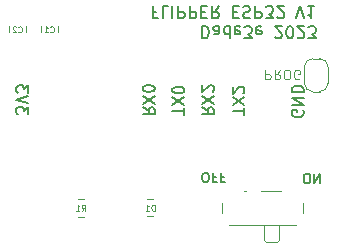
<source format=gbr>
%TF.GenerationSoftware,KiCad,Pcbnew,7.0.2*%
%TF.CreationDate,2023-05-14T05:20:11+02:00*%
%TF.ProjectId,marauder_mini_pcb,6d617261-7564-4657-925f-6d696e695f70,rev?*%
%TF.SameCoordinates,Original*%
%TF.FileFunction,Legend,Bot*%
%TF.FilePolarity,Positive*%
%FSLAX46Y46*%
G04 Gerber Fmt 4.6, Leading zero omitted, Abs format (unit mm)*
G04 Created by KiCad (PCBNEW 7.0.2) date 2023-05-14 05:20:11*
%MOMM*%
%LPD*%
G01*
G04 APERTURE LIST*
%ADD10C,0.150000*%
%ADD11C,0.100000*%
%ADD12C,0.120000*%
G04 APERTURE END LIST*
D10*
X74022380Y-59690476D02*
X74498571Y-60023809D01*
X74022380Y-60261904D02*
X75022380Y-60261904D01*
X75022380Y-60261904D02*
X75022380Y-59880952D01*
X75022380Y-59880952D02*
X74974761Y-59785714D01*
X74974761Y-59785714D02*
X74927142Y-59738095D01*
X74927142Y-59738095D02*
X74831904Y-59690476D01*
X74831904Y-59690476D02*
X74689047Y-59690476D01*
X74689047Y-59690476D02*
X74593809Y-59738095D01*
X74593809Y-59738095D02*
X74546190Y-59785714D01*
X74546190Y-59785714D02*
X74498571Y-59880952D01*
X74498571Y-59880952D02*
X74498571Y-60261904D01*
X75022380Y-59357142D02*
X74022380Y-58690476D01*
X75022380Y-58690476D02*
X74022380Y-59357142D01*
X75022380Y-58119047D02*
X75022380Y-58023809D01*
X75022380Y-58023809D02*
X74974761Y-57928571D01*
X74974761Y-57928571D02*
X74927142Y-57880952D01*
X74927142Y-57880952D02*
X74831904Y-57833333D01*
X74831904Y-57833333D02*
X74641428Y-57785714D01*
X74641428Y-57785714D02*
X74403333Y-57785714D01*
X74403333Y-57785714D02*
X74212857Y-57833333D01*
X74212857Y-57833333D02*
X74117619Y-57880952D01*
X74117619Y-57880952D02*
X74070000Y-57928571D01*
X74070000Y-57928571D02*
X74022380Y-58023809D01*
X74022380Y-58023809D02*
X74022380Y-58119047D01*
X74022380Y-58119047D02*
X74070000Y-58214285D01*
X74070000Y-58214285D02*
X74117619Y-58261904D01*
X74117619Y-58261904D02*
X74212857Y-58309523D01*
X74212857Y-58309523D02*
X74403333Y-58357142D01*
X74403333Y-58357142D02*
X74641428Y-58357142D01*
X74641428Y-58357142D02*
X74831904Y-58309523D01*
X74831904Y-58309523D02*
X74927142Y-58261904D01*
X74927142Y-58261904D02*
X74974761Y-58214285D01*
X74974761Y-58214285D02*
X75022380Y-58119047D01*
X79038095Y-52822380D02*
X79038095Y-53822380D01*
X79038095Y-53822380D02*
X79276190Y-53822380D01*
X79276190Y-53822380D02*
X79419047Y-53774761D01*
X79419047Y-53774761D02*
X79514285Y-53679523D01*
X79514285Y-53679523D02*
X79561904Y-53584285D01*
X79561904Y-53584285D02*
X79609523Y-53393809D01*
X79609523Y-53393809D02*
X79609523Y-53250952D01*
X79609523Y-53250952D02*
X79561904Y-53060476D01*
X79561904Y-53060476D02*
X79514285Y-52965238D01*
X79514285Y-52965238D02*
X79419047Y-52870000D01*
X79419047Y-52870000D02*
X79276190Y-52822380D01*
X79276190Y-52822380D02*
X79038095Y-52822380D01*
X80466666Y-52822380D02*
X80466666Y-53346190D01*
X80466666Y-53346190D02*
X80419047Y-53441428D01*
X80419047Y-53441428D02*
X80323809Y-53489047D01*
X80323809Y-53489047D02*
X80133333Y-53489047D01*
X80133333Y-53489047D02*
X80038095Y-53441428D01*
X80466666Y-52870000D02*
X80371428Y-52822380D01*
X80371428Y-52822380D02*
X80133333Y-52822380D01*
X80133333Y-52822380D02*
X80038095Y-52870000D01*
X80038095Y-52870000D02*
X79990476Y-52965238D01*
X79990476Y-52965238D02*
X79990476Y-53060476D01*
X79990476Y-53060476D02*
X80038095Y-53155714D01*
X80038095Y-53155714D02*
X80133333Y-53203333D01*
X80133333Y-53203333D02*
X80371428Y-53203333D01*
X80371428Y-53203333D02*
X80466666Y-53250952D01*
X81371428Y-52822380D02*
X81371428Y-53822380D01*
X81371428Y-52870000D02*
X81276190Y-52822380D01*
X81276190Y-52822380D02*
X81085714Y-52822380D01*
X81085714Y-52822380D02*
X80990476Y-52870000D01*
X80990476Y-52870000D02*
X80942857Y-52917619D01*
X80942857Y-52917619D02*
X80895238Y-53012857D01*
X80895238Y-53012857D02*
X80895238Y-53298571D01*
X80895238Y-53298571D02*
X80942857Y-53393809D01*
X80942857Y-53393809D02*
X80990476Y-53441428D01*
X80990476Y-53441428D02*
X81085714Y-53489047D01*
X81085714Y-53489047D02*
X81276190Y-53489047D01*
X81276190Y-53489047D02*
X81371428Y-53441428D01*
X82228571Y-52870000D02*
X82133333Y-52822380D01*
X82133333Y-52822380D02*
X81942857Y-52822380D01*
X81942857Y-52822380D02*
X81847619Y-52870000D01*
X81847619Y-52870000D02*
X81800000Y-52965238D01*
X81800000Y-52965238D02*
X81800000Y-53346190D01*
X81800000Y-53346190D02*
X81847619Y-53441428D01*
X81847619Y-53441428D02*
X81942857Y-53489047D01*
X81942857Y-53489047D02*
X82133333Y-53489047D01*
X82133333Y-53489047D02*
X82228571Y-53441428D01*
X82228571Y-53441428D02*
X82276190Y-53346190D01*
X82276190Y-53346190D02*
X82276190Y-53250952D01*
X82276190Y-53250952D02*
X81800000Y-53155714D01*
X82609524Y-53822380D02*
X83228571Y-53822380D01*
X83228571Y-53822380D02*
X82895238Y-53441428D01*
X82895238Y-53441428D02*
X83038095Y-53441428D01*
X83038095Y-53441428D02*
X83133333Y-53393809D01*
X83133333Y-53393809D02*
X83180952Y-53346190D01*
X83180952Y-53346190D02*
X83228571Y-53250952D01*
X83228571Y-53250952D02*
X83228571Y-53012857D01*
X83228571Y-53012857D02*
X83180952Y-52917619D01*
X83180952Y-52917619D02*
X83133333Y-52870000D01*
X83133333Y-52870000D02*
X83038095Y-52822380D01*
X83038095Y-52822380D02*
X82752381Y-52822380D01*
X82752381Y-52822380D02*
X82657143Y-52870000D01*
X82657143Y-52870000D02*
X82609524Y-52917619D01*
X84038095Y-52870000D02*
X83942857Y-52822380D01*
X83942857Y-52822380D02*
X83752381Y-52822380D01*
X83752381Y-52822380D02*
X83657143Y-52870000D01*
X83657143Y-52870000D02*
X83609524Y-52965238D01*
X83609524Y-52965238D02*
X83609524Y-53346190D01*
X83609524Y-53346190D02*
X83657143Y-53441428D01*
X83657143Y-53441428D02*
X83752381Y-53489047D01*
X83752381Y-53489047D02*
X83942857Y-53489047D01*
X83942857Y-53489047D02*
X84038095Y-53441428D01*
X84038095Y-53441428D02*
X84085714Y-53346190D01*
X84085714Y-53346190D02*
X84085714Y-53250952D01*
X84085714Y-53250952D02*
X83609524Y-53155714D01*
X85228572Y-53727142D02*
X85276191Y-53774761D01*
X85276191Y-53774761D02*
X85371429Y-53822380D01*
X85371429Y-53822380D02*
X85609524Y-53822380D01*
X85609524Y-53822380D02*
X85704762Y-53774761D01*
X85704762Y-53774761D02*
X85752381Y-53727142D01*
X85752381Y-53727142D02*
X85800000Y-53631904D01*
X85800000Y-53631904D02*
X85800000Y-53536666D01*
X85800000Y-53536666D02*
X85752381Y-53393809D01*
X85752381Y-53393809D02*
X85180953Y-52822380D01*
X85180953Y-52822380D02*
X85800000Y-52822380D01*
X86419048Y-53822380D02*
X86514286Y-53822380D01*
X86514286Y-53822380D02*
X86609524Y-53774761D01*
X86609524Y-53774761D02*
X86657143Y-53727142D01*
X86657143Y-53727142D02*
X86704762Y-53631904D01*
X86704762Y-53631904D02*
X86752381Y-53441428D01*
X86752381Y-53441428D02*
X86752381Y-53203333D01*
X86752381Y-53203333D02*
X86704762Y-53012857D01*
X86704762Y-53012857D02*
X86657143Y-52917619D01*
X86657143Y-52917619D02*
X86609524Y-52870000D01*
X86609524Y-52870000D02*
X86514286Y-52822380D01*
X86514286Y-52822380D02*
X86419048Y-52822380D01*
X86419048Y-52822380D02*
X86323810Y-52870000D01*
X86323810Y-52870000D02*
X86276191Y-52917619D01*
X86276191Y-52917619D02*
X86228572Y-53012857D01*
X86228572Y-53012857D02*
X86180953Y-53203333D01*
X86180953Y-53203333D02*
X86180953Y-53441428D01*
X86180953Y-53441428D02*
X86228572Y-53631904D01*
X86228572Y-53631904D02*
X86276191Y-53727142D01*
X86276191Y-53727142D02*
X86323810Y-53774761D01*
X86323810Y-53774761D02*
X86419048Y-53822380D01*
X87133334Y-53727142D02*
X87180953Y-53774761D01*
X87180953Y-53774761D02*
X87276191Y-53822380D01*
X87276191Y-53822380D02*
X87514286Y-53822380D01*
X87514286Y-53822380D02*
X87609524Y-53774761D01*
X87609524Y-53774761D02*
X87657143Y-53727142D01*
X87657143Y-53727142D02*
X87704762Y-53631904D01*
X87704762Y-53631904D02*
X87704762Y-53536666D01*
X87704762Y-53536666D02*
X87657143Y-53393809D01*
X87657143Y-53393809D02*
X87085715Y-52822380D01*
X87085715Y-52822380D02*
X87704762Y-52822380D01*
X88038096Y-53822380D02*
X88657143Y-53822380D01*
X88657143Y-53822380D02*
X88323810Y-53441428D01*
X88323810Y-53441428D02*
X88466667Y-53441428D01*
X88466667Y-53441428D02*
X88561905Y-53393809D01*
X88561905Y-53393809D02*
X88609524Y-53346190D01*
X88609524Y-53346190D02*
X88657143Y-53250952D01*
X88657143Y-53250952D02*
X88657143Y-53012857D01*
X88657143Y-53012857D02*
X88609524Y-52917619D01*
X88609524Y-52917619D02*
X88561905Y-52870000D01*
X88561905Y-52870000D02*
X88466667Y-52822380D01*
X88466667Y-52822380D02*
X88180953Y-52822380D01*
X88180953Y-52822380D02*
X88085715Y-52870000D01*
X88085715Y-52870000D02*
X88038096Y-52917619D01*
X64322380Y-60257142D02*
X64322380Y-59638095D01*
X64322380Y-59638095D02*
X63941428Y-59971428D01*
X63941428Y-59971428D02*
X63941428Y-59828571D01*
X63941428Y-59828571D02*
X63893809Y-59733333D01*
X63893809Y-59733333D02*
X63846190Y-59685714D01*
X63846190Y-59685714D02*
X63750952Y-59638095D01*
X63750952Y-59638095D02*
X63512857Y-59638095D01*
X63512857Y-59638095D02*
X63417619Y-59685714D01*
X63417619Y-59685714D02*
X63370000Y-59733333D01*
X63370000Y-59733333D02*
X63322380Y-59828571D01*
X63322380Y-59828571D02*
X63322380Y-60114285D01*
X63322380Y-60114285D02*
X63370000Y-60209523D01*
X63370000Y-60209523D02*
X63417619Y-60257142D01*
X64322380Y-59352380D02*
X63322380Y-59019047D01*
X63322380Y-59019047D02*
X64322380Y-58685714D01*
X64322380Y-58447618D02*
X64322380Y-57828571D01*
X64322380Y-57828571D02*
X63941428Y-58161904D01*
X63941428Y-58161904D02*
X63941428Y-58019047D01*
X63941428Y-58019047D02*
X63893809Y-57923809D01*
X63893809Y-57923809D02*
X63846190Y-57876190D01*
X63846190Y-57876190D02*
X63750952Y-57828571D01*
X63750952Y-57828571D02*
X63512857Y-57828571D01*
X63512857Y-57828571D02*
X63417619Y-57876190D01*
X63417619Y-57876190D02*
X63370000Y-57923809D01*
X63370000Y-57923809D02*
X63322380Y-58019047D01*
X63322380Y-58019047D02*
X63322380Y-58304761D01*
X63322380Y-58304761D02*
X63370000Y-58399999D01*
X63370000Y-58399999D02*
X63417619Y-58447618D01*
X87842857Y-66097904D02*
X87995238Y-66097904D01*
X87995238Y-66097904D02*
X88071428Y-66059809D01*
X88071428Y-66059809D02*
X88147619Y-65983619D01*
X88147619Y-65983619D02*
X88185714Y-65831238D01*
X88185714Y-65831238D02*
X88185714Y-65564571D01*
X88185714Y-65564571D02*
X88147619Y-65412190D01*
X88147619Y-65412190D02*
X88071428Y-65336000D01*
X88071428Y-65336000D02*
X87995238Y-65297904D01*
X87995238Y-65297904D02*
X87842857Y-65297904D01*
X87842857Y-65297904D02*
X87766666Y-65336000D01*
X87766666Y-65336000D02*
X87690476Y-65412190D01*
X87690476Y-65412190D02*
X87652380Y-65564571D01*
X87652380Y-65564571D02*
X87652380Y-65831238D01*
X87652380Y-65831238D02*
X87690476Y-65983619D01*
X87690476Y-65983619D02*
X87766666Y-66059809D01*
X87766666Y-66059809D02*
X87842857Y-66097904D01*
X88528571Y-65297904D02*
X88528571Y-66097904D01*
X88528571Y-66097904D02*
X88985714Y-65297904D01*
X88985714Y-65297904D02*
X88985714Y-66097904D01*
X79022380Y-59690476D02*
X79498571Y-60023809D01*
X79022380Y-60261904D02*
X80022380Y-60261904D01*
X80022380Y-60261904D02*
X80022380Y-59880952D01*
X80022380Y-59880952D02*
X79974761Y-59785714D01*
X79974761Y-59785714D02*
X79927142Y-59738095D01*
X79927142Y-59738095D02*
X79831904Y-59690476D01*
X79831904Y-59690476D02*
X79689047Y-59690476D01*
X79689047Y-59690476D02*
X79593809Y-59738095D01*
X79593809Y-59738095D02*
X79546190Y-59785714D01*
X79546190Y-59785714D02*
X79498571Y-59880952D01*
X79498571Y-59880952D02*
X79498571Y-60261904D01*
X80022380Y-59357142D02*
X79022380Y-58690476D01*
X80022380Y-58690476D02*
X79022380Y-59357142D01*
X79927142Y-58357142D02*
X79974761Y-58309523D01*
X79974761Y-58309523D02*
X80022380Y-58214285D01*
X80022380Y-58214285D02*
X80022380Y-57976190D01*
X80022380Y-57976190D02*
X79974761Y-57880952D01*
X79974761Y-57880952D02*
X79927142Y-57833333D01*
X79927142Y-57833333D02*
X79831904Y-57785714D01*
X79831904Y-57785714D02*
X79736666Y-57785714D01*
X79736666Y-57785714D02*
X79593809Y-57833333D01*
X79593809Y-57833333D02*
X79022380Y-58404761D01*
X79022380Y-58404761D02*
X79022380Y-57785714D01*
D11*
X84390476Y-56497904D02*
X84390476Y-57297904D01*
X84390476Y-57297904D02*
X84695238Y-57297904D01*
X84695238Y-57297904D02*
X84771428Y-57259809D01*
X84771428Y-57259809D02*
X84809523Y-57221714D01*
X84809523Y-57221714D02*
X84847619Y-57145523D01*
X84847619Y-57145523D02*
X84847619Y-57031238D01*
X84847619Y-57031238D02*
X84809523Y-56955047D01*
X84809523Y-56955047D02*
X84771428Y-56916952D01*
X84771428Y-56916952D02*
X84695238Y-56878857D01*
X84695238Y-56878857D02*
X84390476Y-56878857D01*
X85647619Y-56497904D02*
X85380952Y-56878857D01*
X85190476Y-56497904D02*
X85190476Y-57297904D01*
X85190476Y-57297904D02*
X85495238Y-57297904D01*
X85495238Y-57297904D02*
X85571428Y-57259809D01*
X85571428Y-57259809D02*
X85609523Y-57221714D01*
X85609523Y-57221714D02*
X85647619Y-57145523D01*
X85647619Y-57145523D02*
X85647619Y-57031238D01*
X85647619Y-57031238D02*
X85609523Y-56955047D01*
X85609523Y-56955047D02*
X85571428Y-56916952D01*
X85571428Y-56916952D02*
X85495238Y-56878857D01*
X85495238Y-56878857D02*
X85190476Y-56878857D01*
X86142857Y-57297904D02*
X86295238Y-57297904D01*
X86295238Y-57297904D02*
X86371428Y-57259809D01*
X86371428Y-57259809D02*
X86447619Y-57183619D01*
X86447619Y-57183619D02*
X86485714Y-57031238D01*
X86485714Y-57031238D02*
X86485714Y-56764571D01*
X86485714Y-56764571D02*
X86447619Y-56612190D01*
X86447619Y-56612190D02*
X86371428Y-56536000D01*
X86371428Y-56536000D02*
X86295238Y-56497904D01*
X86295238Y-56497904D02*
X86142857Y-56497904D01*
X86142857Y-56497904D02*
X86066666Y-56536000D01*
X86066666Y-56536000D02*
X85990476Y-56612190D01*
X85990476Y-56612190D02*
X85952380Y-56764571D01*
X85952380Y-56764571D02*
X85952380Y-57031238D01*
X85952380Y-57031238D02*
X85990476Y-57183619D01*
X85990476Y-57183619D02*
X86066666Y-57259809D01*
X86066666Y-57259809D02*
X86142857Y-57297904D01*
X87247618Y-57259809D02*
X87171428Y-57297904D01*
X87171428Y-57297904D02*
X87057142Y-57297904D01*
X87057142Y-57297904D02*
X86942856Y-57259809D01*
X86942856Y-57259809D02*
X86866666Y-57183619D01*
X86866666Y-57183619D02*
X86828571Y-57107428D01*
X86828571Y-57107428D02*
X86790475Y-56955047D01*
X86790475Y-56955047D02*
X86790475Y-56840761D01*
X86790475Y-56840761D02*
X86828571Y-56688380D01*
X86828571Y-56688380D02*
X86866666Y-56612190D01*
X86866666Y-56612190D02*
X86942856Y-56536000D01*
X86942856Y-56536000D02*
X87057142Y-56497904D01*
X87057142Y-56497904D02*
X87133333Y-56497904D01*
X87133333Y-56497904D02*
X87247618Y-56536000D01*
X87247618Y-56536000D02*
X87285714Y-56574095D01*
X87285714Y-56574095D02*
X87285714Y-56840761D01*
X87285714Y-56840761D02*
X87133333Y-56840761D01*
D10*
X75171428Y-51646190D02*
X74838095Y-51646190D01*
X74838095Y-51122380D02*
X74838095Y-52122380D01*
X74838095Y-52122380D02*
X75314285Y-52122380D01*
X76171428Y-51122380D02*
X75695238Y-51122380D01*
X75695238Y-51122380D02*
X75695238Y-52122380D01*
X76504762Y-51122380D02*
X76504762Y-52122380D01*
X76980952Y-51122380D02*
X76980952Y-52122380D01*
X76980952Y-52122380D02*
X77361904Y-52122380D01*
X77361904Y-52122380D02*
X77457142Y-52074761D01*
X77457142Y-52074761D02*
X77504761Y-52027142D01*
X77504761Y-52027142D02*
X77552380Y-51931904D01*
X77552380Y-51931904D02*
X77552380Y-51789047D01*
X77552380Y-51789047D02*
X77504761Y-51693809D01*
X77504761Y-51693809D02*
X77457142Y-51646190D01*
X77457142Y-51646190D02*
X77361904Y-51598571D01*
X77361904Y-51598571D02*
X76980952Y-51598571D01*
X77980952Y-51122380D02*
X77980952Y-52122380D01*
X77980952Y-52122380D02*
X78361904Y-52122380D01*
X78361904Y-52122380D02*
X78457142Y-52074761D01*
X78457142Y-52074761D02*
X78504761Y-52027142D01*
X78504761Y-52027142D02*
X78552380Y-51931904D01*
X78552380Y-51931904D02*
X78552380Y-51789047D01*
X78552380Y-51789047D02*
X78504761Y-51693809D01*
X78504761Y-51693809D02*
X78457142Y-51646190D01*
X78457142Y-51646190D02*
X78361904Y-51598571D01*
X78361904Y-51598571D02*
X77980952Y-51598571D01*
X78980952Y-51646190D02*
X79314285Y-51646190D01*
X79457142Y-51122380D02*
X78980952Y-51122380D01*
X78980952Y-51122380D02*
X78980952Y-52122380D01*
X78980952Y-52122380D02*
X79457142Y-52122380D01*
X80457142Y-51122380D02*
X80123809Y-51598571D01*
X79885714Y-51122380D02*
X79885714Y-52122380D01*
X79885714Y-52122380D02*
X80266666Y-52122380D01*
X80266666Y-52122380D02*
X80361904Y-52074761D01*
X80361904Y-52074761D02*
X80409523Y-52027142D01*
X80409523Y-52027142D02*
X80457142Y-51931904D01*
X80457142Y-51931904D02*
X80457142Y-51789047D01*
X80457142Y-51789047D02*
X80409523Y-51693809D01*
X80409523Y-51693809D02*
X80361904Y-51646190D01*
X80361904Y-51646190D02*
X80266666Y-51598571D01*
X80266666Y-51598571D02*
X79885714Y-51598571D01*
X81647619Y-51646190D02*
X81980952Y-51646190D01*
X82123809Y-51122380D02*
X81647619Y-51122380D01*
X81647619Y-51122380D02*
X81647619Y-52122380D01*
X81647619Y-52122380D02*
X82123809Y-52122380D01*
X82504762Y-51170000D02*
X82647619Y-51122380D01*
X82647619Y-51122380D02*
X82885714Y-51122380D01*
X82885714Y-51122380D02*
X82980952Y-51170000D01*
X82980952Y-51170000D02*
X83028571Y-51217619D01*
X83028571Y-51217619D02*
X83076190Y-51312857D01*
X83076190Y-51312857D02*
X83076190Y-51408095D01*
X83076190Y-51408095D02*
X83028571Y-51503333D01*
X83028571Y-51503333D02*
X82980952Y-51550952D01*
X82980952Y-51550952D02*
X82885714Y-51598571D01*
X82885714Y-51598571D02*
X82695238Y-51646190D01*
X82695238Y-51646190D02*
X82600000Y-51693809D01*
X82600000Y-51693809D02*
X82552381Y-51741428D01*
X82552381Y-51741428D02*
X82504762Y-51836666D01*
X82504762Y-51836666D02*
X82504762Y-51931904D01*
X82504762Y-51931904D02*
X82552381Y-52027142D01*
X82552381Y-52027142D02*
X82600000Y-52074761D01*
X82600000Y-52074761D02*
X82695238Y-52122380D01*
X82695238Y-52122380D02*
X82933333Y-52122380D01*
X82933333Y-52122380D02*
X83076190Y-52074761D01*
X83504762Y-51122380D02*
X83504762Y-52122380D01*
X83504762Y-52122380D02*
X83885714Y-52122380D01*
X83885714Y-52122380D02*
X83980952Y-52074761D01*
X83980952Y-52074761D02*
X84028571Y-52027142D01*
X84028571Y-52027142D02*
X84076190Y-51931904D01*
X84076190Y-51931904D02*
X84076190Y-51789047D01*
X84076190Y-51789047D02*
X84028571Y-51693809D01*
X84028571Y-51693809D02*
X83980952Y-51646190D01*
X83980952Y-51646190D02*
X83885714Y-51598571D01*
X83885714Y-51598571D02*
X83504762Y-51598571D01*
X84409524Y-52122380D02*
X85028571Y-52122380D01*
X85028571Y-52122380D02*
X84695238Y-51741428D01*
X84695238Y-51741428D02*
X84838095Y-51741428D01*
X84838095Y-51741428D02*
X84933333Y-51693809D01*
X84933333Y-51693809D02*
X84980952Y-51646190D01*
X84980952Y-51646190D02*
X85028571Y-51550952D01*
X85028571Y-51550952D02*
X85028571Y-51312857D01*
X85028571Y-51312857D02*
X84980952Y-51217619D01*
X84980952Y-51217619D02*
X84933333Y-51170000D01*
X84933333Y-51170000D02*
X84838095Y-51122380D01*
X84838095Y-51122380D02*
X84552381Y-51122380D01*
X84552381Y-51122380D02*
X84457143Y-51170000D01*
X84457143Y-51170000D02*
X84409524Y-51217619D01*
X85409524Y-52027142D02*
X85457143Y-52074761D01*
X85457143Y-52074761D02*
X85552381Y-52122380D01*
X85552381Y-52122380D02*
X85790476Y-52122380D01*
X85790476Y-52122380D02*
X85885714Y-52074761D01*
X85885714Y-52074761D02*
X85933333Y-52027142D01*
X85933333Y-52027142D02*
X85980952Y-51931904D01*
X85980952Y-51931904D02*
X85980952Y-51836666D01*
X85980952Y-51836666D02*
X85933333Y-51693809D01*
X85933333Y-51693809D02*
X85361905Y-51122380D01*
X85361905Y-51122380D02*
X85980952Y-51122380D01*
X87028572Y-52122380D02*
X87361905Y-51122380D01*
X87361905Y-51122380D02*
X87695238Y-52122380D01*
X88552381Y-51122380D02*
X87980953Y-51122380D01*
X88266667Y-51122380D02*
X88266667Y-52122380D01*
X88266667Y-52122380D02*
X88171429Y-51979523D01*
X88171429Y-51979523D02*
X88076191Y-51884285D01*
X88076191Y-51884285D02*
X87980953Y-51836666D01*
X77522380Y-60304761D02*
X77522380Y-59733333D01*
X76522380Y-60019047D02*
X77522380Y-60019047D01*
X77522380Y-59495237D02*
X76522380Y-58828571D01*
X77522380Y-58828571D02*
X76522380Y-59495237D01*
X77522380Y-58257142D02*
X77522380Y-58161904D01*
X77522380Y-58161904D02*
X77474761Y-58066666D01*
X77474761Y-58066666D02*
X77427142Y-58019047D01*
X77427142Y-58019047D02*
X77331904Y-57971428D01*
X77331904Y-57971428D02*
X77141428Y-57923809D01*
X77141428Y-57923809D02*
X76903333Y-57923809D01*
X76903333Y-57923809D02*
X76712857Y-57971428D01*
X76712857Y-57971428D02*
X76617619Y-58019047D01*
X76617619Y-58019047D02*
X76570000Y-58066666D01*
X76570000Y-58066666D02*
X76522380Y-58161904D01*
X76522380Y-58161904D02*
X76522380Y-58257142D01*
X76522380Y-58257142D02*
X76570000Y-58352380D01*
X76570000Y-58352380D02*
X76617619Y-58399999D01*
X76617619Y-58399999D02*
X76712857Y-58447618D01*
X76712857Y-58447618D02*
X76903333Y-58495237D01*
X76903333Y-58495237D02*
X77141428Y-58495237D01*
X77141428Y-58495237D02*
X77331904Y-58447618D01*
X77331904Y-58447618D02*
X77427142Y-58399999D01*
X77427142Y-58399999D02*
X77474761Y-58352380D01*
X77474761Y-58352380D02*
X77522380Y-58257142D01*
X87574761Y-59938095D02*
X87622380Y-60033333D01*
X87622380Y-60033333D02*
X87622380Y-60176190D01*
X87622380Y-60176190D02*
X87574761Y-60319047D01*
X87574761Y-60319047D02*
X87479523Y-60414285D01*
X87479523Y-60414285D02*
X87384285Y-60461904D01*
X87384285Y-60461904D02*
X87193809Y-60509523D01*
X87193809Y-60509523D02*
X87050952Y-60509523D01*
X87050952Y-60509523D02*
X86860476Y-60461904D01*
X86860476Y-60461904D02*
X86765238Y-60414285D01*
X86765238Y-60414285D02*
X86670000Y-60319047D01*
X86670000Y-60319047D02*
X86622380Y-60176190D01*
X86622380Y-60176190D02*
X86622380Y-60080952D01*
X86622380Y-60080952D02*
X86670000Y-59938095D01*
X86670000Y-59938095D02*
X86717619Y-59890476D01*
X86717619Y-59890476D02*
X87050952Y-59890476D01*
X87050952Y-59890476D02*
X87050952Y-60080952D01*
X86622380Y-59461904D02*
X87622380Y-59461904D01*
X87622380Y-59461904D02*
X86622380Y-58890476D01*
X86622380Y-58890476D02*
X87622380Y-58890476D01*
X86622380Y-58414285D02*
X87622380Y-58414285D01*
X87622380Y-58414285D02*
X87622380Y-58176190D01*
X87622380Y-58176190D02*
X87574761Y-58033333D01*
X87574761Y-58033333D02*
X87479523Y-57938095D01*
X87479523Y-57938095D02*
X87384285Y-57890476D01*
X87384285Y-57890476D02*
X87193809Y-57842857D01*
X87193809Y-57842857D02*
X87050952Y-57842857D01*
X87050952Y-57842857D02*
X86860476Y-57890476D01*
X86860476Y-57890476D02*
X86765238Y-57938095D01*
X86765238Y-57938095D02*
X86670000Y-58033333D01*
X86670000Y-58033333D02*
X86622380Y-58176190D01*
X86622380Y-58176190D02*
X86622380Y-58414285D01*
X79242857Y-65997904D02*
X79395238Y-65997904D01*
X79395238Y-65997904D02*
X79471428Y-65959809D01*
X79471428Y-65959809D02*
X79547619Y-65883619D01*
X79547619Y-65883619D02*
X79585714Y-65731238D01*
X79585714Y-65731238D02*
X79585714Y-65464571D01*
X79585714Y-65464571D02*
X79547619Y-65312190D01*
X79547619Y-65312190D02*
X79471428Y-65236000D01*
X79471428Y-65236000D02*
X79395238Y-65197904D01*
X79395238Y-65197904D02*
X79242857Y-65197904D01*
X79242857Y-65197904D02*
X79166666Y-65236000D01*
X79166666Y-65236000D02*
X79090476Y-65312190D01*
X79090476Y-65312190D02*
X79052380Y-65464571D01*
X79052380Y-65464571D02*
X79052380Y-65731238D01*
X79052380Y-65731238D02*
X79090476Y-65883619D01*
X79090476Y-65883619D02*
X79166666Y-65959809D01*
X79166666Y-65959809D02*
X79242857Y-65997904D01*
X80195237Y-65616952D02*
X79928571Y-65616952D01*
X79928571Y-65197904D02*
X79928571Y-65997904D01*
X79928571Y-65997904D02*
X80309523Y-65997904D01*
X80880951Y-65616952D02*
X80614285Y-65616952D01*
X80614285Y-65197904D02*
X80614285Y-65997904D01*
X80614285Y-65997904D02*
X80995237Y-65997904D01*
X82622380Y-60304761D02*
X82622380Y-59733333D01*
X81622380Y-60019047D02*
X82622380Y-60019047D01*
X82622380Y-59495237D02*
X81622380Y-58828571D01*
X82622380Y-58828571D02*
X81622380Y-59495237D01*
X82527142Y-58495237D02*
X82574761Y-58447618D01*
X82574761Y-58447618D02*
X82622380Y-58352380D01*
X82622380Y-58352380D02*
X82622380Y-58114285D01*
X82622380Y-58114285D02*
X82574761Y-58019047D01*
X82574761Y-58019047D02*
X82527142Y-57971428D01*
X82527142Y-57971428D02*
X82431904Y-57923809D01*
X82431904Y-57923809D02*
X82336666Y-57923809D01*
X82336666Y-57923809D02*
X82193809Y-57971428D01*
X82193809Y-57971428D02*
X81622380Y-58542856D01*
X81622380Y-58542856D02*
X81622380Y-57923809D01*
D11*
%TO.C,C1*%
X66183333Y-53283690D02*
X66207142Y-53307500D01*
X66207142Y-53307500D02*
X66278571Y-53331309D01*
X66278571Y-53331309D02*
X66326190Y-53331309D01*
X66326190Y-53331309D02*
X66397618Y-53307500D01*
X66397618Y-53307500D02*
X66445237Y-53259880D01*
X66445237Y-53259880D02*
X66469047Y-53212261D01*
X66469047Y-53212261D02*
X66492856Y-53117023D01*
X66492856Y-53117023D02*
X66492856Y-53045595D01*
X66492856Y-53045595D02*
X66469047Y-52950357D01*
X66469047Y-52950357D02*
X66445237Y-52902738D01*
X66445237Y-52902738D02*
X66397618Y-52855119D01*
X66397618Y-52855119D02*
X66326190Y-52831309D01*
X66326190Y-52831309D02*
X66278571Y-52831309D01*
X66278571Y-52831309D02*
X66207142Y-52855119D01*
X66207142Y-52855119D02*
X66183333Y-52878928D01*
X65707142Y-53331309D02*
X65992856Y-53331309D01*
X65849999Y-53331309D02*
X65849999Y-52831309D01*
X65849999Y-52831309D02*
X65897618Y-52902738D01*
X65897618Y-52902738D02*
X65945237Y-52950357D01*
X65945237Y-52950357D02*
X65992856Y-52974166D01*
%TO.C,R1*%
X68833333Y-68431309D02*
X68999999Y-68193214D01*
X69119047Y-68431309D02*
X69119047Y-67931309D01*
X69119047Y-67931309D02*
X68928571Y-67931309D01*
X68928571Y-67931309D02*
X68880952Y-67955119D01*
X68880952Y-67955119D02*
X68857142Y-67978928D01*
X68857142Y-67978928D02*
X68833333Y-68026547D01*
X68833333Y-68026547D02*
X68833333Y-68097976D01*
X68833333Y-68097976D02*
X68857142Y-68145595D01*
X68857142Y-68145595D02*
X68880952Y-68169404D01*
X68880952Y-68169404D02*
X68928571Y-68193214D01*
X68928571Y-68193214D02*
X69119047Y-68193214D01*
X68357142Y-68431309D02*
X68642856Y-68431309D01*
X68499999Y-68431309D02*
X68499999Y-67931309D01*
X68499999Y-67931309D02*
X68547618Y-68002738D01*
X68547618Y-68002738D02*
X68595237Y-68050357D01*
X68595237Y-68050357D02*
X68642856Y-68074166D01*
%TO.C,C2*%
X63483333Y-53283690D02*
X63507142Y-53307500D01*
X63507142Y-53307500D02*
X63578571Y-53331309D01*
X63578571Y-53331309D02*
X63626190Y-53331309D01*
X63626190Y-53331309D02*
X63697618Y-53307500D01*
X63697618Y-53307500D02*
X63745237Y-53259880D01*
X63745237Y-53259880D02*
X63769047Y-53212261D01*
X63769047Y-53212261D02*
X63792856Y-53117023D01*
X63792856Y-53117023D02*
X63792856Y-53045595D01*
X63792856Y-53045595D02*
X63769047Y-52950357D01*
X63769047Y-52950357D02*
X63745237Y-52902738D01*
X63745237Y-52902738D02*
X63697618Y-52855119D01*
X63697618Y-52855119D02*
X63626190Y-52831309D01*
X63626190Y-52831309D02*
X63578571Y-52831309D01*
X63578571Y-52831309D02*
X63507142Y-52855119D01*
X63507142Y-52855119D02*
X63483333Y-52878928D01*
X63292856Y-52878928D02*
X63269047Y-52855119D01*
X63269047Y-52855119D02*
X63221428Y-52831309D01*
X63221428Y-52831309D02*
X63102380Y-52831309D01*
X63102380Y-52831309D02*
X63054761Y-52855119D01*
X63054761Y-52855119D02*
X63030952Y-52878928D01*
X63030952Y-52878928D02*
X63007142Y-52926547D01*
X63007142Y-52926547D02*
X63007142Y-52974166D01*
X63007142Y-52974166D02*
X63030952Y-53045595D01*
X63030952Y-53045595D02*
X63316666Y-53331309D01*
X63316666Y-53331309D02*
X63007142Y-53331309D01*
%TO.C,D1*%
X75023547Y-68431309D02*
X75023547Y-67931309D01*
X75023547Y-67931309D02*
X74904499Y-67931309D01*
X74904499Y-67931309D02*
X74833071Y-67955119D01*
X74833071Y-67955119D02*
X74785452Y-68002738D01*
X74785452Y-68002738D02*
X74761642Y-68050357D01*
X74761642Y-68050357D02*
X74737833Y-68145595D01*
X74737833Y-68145595D02*
X74737833Y-68217023D01*
X74737833Y-68217023D02*
X74761642Y-68312261D01*
X74761642Y-68312261D02*
X74785452Y-68359880D01*
X74785452Y-68359880D02*
X74833071Y-68407500D01*
X74833071Y-68407500D02*
X74904499Y-68431309D01*
X74904499Y-68431309D02*
X75023547Y-68431309D01*
X74261642Y-68431309D02*
X74547356Y-68431309D01*
X74404499Y-68431309D02*
X74404499Y-67931309D01*
X74404499Y-67931309D02*
X74452118Y-68002738D01*
X74452118Y-68002738D02*
X74499737Y-68050357D01*
X74499737Y-68050357D02*
X74547356Y-68074166D01*
D12*
%TO.C,SW1*%
X87600000Y-67810000D02*
X87600000Y-68600000D01*
X87000000Y-69610000D02*
X81300000Y-69610000D01*
X85750000Y-66760000D02*
X84050000Y-66760000D01*
X85550000Y-70900000D02*
X85350000Y-71110000D01*
X85550000Y-69610000D02*
X85550000Y-70900000D01*
X85350000Y-71110000D02*
X84450000Y-71110000D01*
X84250000Y-70900000D02*
X84450000Y-71110000D01*
X84250000Y-70900000D02*
X84250000Y-69610000D01*
X82750000Y-66760000D02*
X82550000Y-66760000D01*
X80700000Y-68600000D02*
X80700000Y-67810000D01*
%TO.C,C1*%
X65365000Y-53323752D02*
X65365000Y-52801248D01*
X66835000Y-53323752D02*
X66835000Y-52801248D01*
%TO.C,PROG*%
X88400000Y-58350000D02*
X89000000Y-58350000D01*
X89700000Y-57650000D02*
X89700000Y-56250000D01*
X87700000Y-56250000D02*
X87700000Y-57650000D01*
X89000000Y-55550000D02*
X88400000Y-55550000D01*
X87700000Y-57650000D02*
G75*
G03*
X88400000Y-58350000I699999J-1D01*
G01*
X89000000Y-58350000D02*
G75*
G03*
X89700000Y-57650000I1J699999D01*
G01*
X88400000Y-55550000D02*
G75*
G03*
X87700000Y-56250000I0J-700000D01*
G01*
X89700000Y-56250000D02*
G75*
G03*
X89000000Y-55550000I-700000J0D01*
G01*
%TO.C,R1*%
X69023752Y-68935000D02*
X68501248Y-68935000D01*
X69023752Y-67465000D02*
X68501248Y-67465000D01*
%TO.C,C2*%
X62665000Y-53323752D02*
X62665000Y-52801248D01*
X64135000Y-53323752D02*
X64135000Y-52801248D01*
%TO.C,D1*%
X74915752Y-68908600D02*
X74393248Y-68908600D01*
X74915752Y-67438600D02*
X74393248Y-67438600D01*
%TD*%
M02*

</source>
